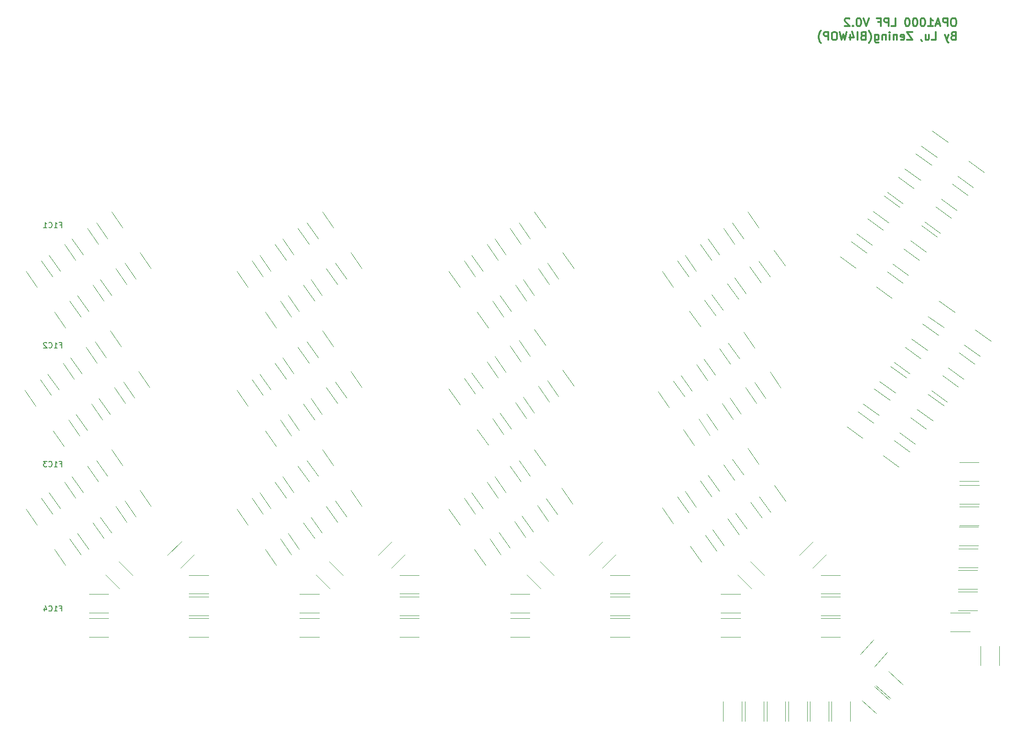
<source format=gbr>
%TF.GenerationSoftware,KiCad,Pcbnew,(5.1.4)-1*%
%TF.CreationDate,2020-05-13T01:14:08+08:00*%
%TF.ProjectId,LPF,4c50462e-6b69-4636-9164-5f7063625858,rev?*%
%TF.SameCoordinates,Original*%
%TF.FileFunction,Legend,Bot*%
%TF.FilePolarity,Positive*%
%FSLAX46Y46*%
G04 Gerber Fmt 4.6, Leading zero omitted, Abs format (unit mm)*
G04 Created by KiCad (PCBNEW (5.1.4)-1) date 2020-05-13 01:14:08*
%MOMM*%
%LPD*%
G04 APERTURE LIST*
%ADD10C,0.200000*%
%ADD11C,0.300000*%
%ADD12C,0.120000*%
G04 APERTURE END LIST*
D10*
X37809523Y-138428571D02*
X38142857Y-138428571D01*
X38142857Y-138952380D02*
X38142857Y-137952380D01*
X37666666Y-137952380D01*
X36761904Y-138952380D02*
X37333333Y-138952380D01*
X37047619Y-138952380D02*
X37047619Y-137952380D01*
X37142857Y-138095238D01*
X37238095Y-138190476D01*
X37333333Y-138238095D01*
X35761904Y-138857142D02*
X35809523Y-138904761D01*
X35952380Y-138952380D01*
X36047619Y-138952380D01*
X36190476Y-138904761D01*
X36285714Y-138809523D01*
X36333333Y-138714285D01*
X36380952Y-138523809D01*
X36380952Y-138380952D01*
X36333333Y-138190476D01*
X36285714Y-138095238D01*
X36190476Y-138000000D01*
X36047619Y-137952380D01*
X35952380Y-137952380D01*
X35809523Y-138000000D01*
X35761904Y-138047619D01*
X34904761Y-138285714D02*
X34904761Y-138952380D01*
X35142857Y-137904761D02*
X35380952Y-138619047D01*
X34761904Y-138619047D01*
X37809523Y-111678571D02*
X38142857Y-111678571D01*
X38142857Y-112202380D02*
X38142857Y-111202380D01*
X37666666Y-111202380D01*
X36761904Y-112202380D02*
X37333333Y-112202380D01*
X37047619Y-112202380D02*
X37047619Y-111202380D01*
X37142857Y-111345238D01*
X37238095Y-111440476D01*
X37333333Y-111488095D01*
X35761904Y-112107142D02*
X35809523Y-112154761D01*
X35952380Y-112202380D01*
X36047619Y-112202380D01*
X36190476Y-112154761D01*
X36285714Y-112059523D01*
X36333333Y-111964285D01*
X36380952Y-111773809D01*
X36380952Y-111630952D01*
X36333333Y-111440476D01*
X36285714Y-111345238D01*
X36190476Y-111250000D01*
X36047619Y-111202380D01*
X35952380Y-111202380D01*
X35809523Y-111250000D01*
X35761904Y-111297619D01*
X35428571Y-111202380D02*
X34809523Y-111202380D01*
X35142857Y-111583333D01*
X35000000Y-111583333D01*
X34904761Y-111630952D01*
X34857142Y-111678571D01*
X34809523Y-111773809D01*
X34809523Y-112011904D01*
X34857142Y-112107142D01*
X34904761Y-112154761D01*
X35000000Y-112202380D01*
X35285714Y-112202380D01*
X35380952Y-112154761D01*
X35428571Y-112107142D01*
X37809523Y-89678571D02*
X38142857Y-89678571D01*
X38142857Y-90202380D02*
X38142857Y-89202380D01*
X37666666Y-89202380D01*
X36761904Y-90202380D02*
X37333333Y-90202380D01*
X37047619Y-90202380D02*
X37047619Y-89202380D01*
X37142857Y-89345238D01*
X37238095Y-89440476D01*
X37333333Y-89488095D01*
X35761904Y-90107142D02*
X35809523Y-90154761D01*
X35952380Y-90202380D01*
X36047619Y-90202380D01*
X36190476Y-90154761D01*
X36285714Y-90059523D01*
X36333333Y-89964285D01*
X36380952Y-89773809D01*
X36380952Y-89630952D01*
X36333333Y-89440476D01*
X36285714Y-89345238D01*
X36190476Y-89250000D01*
X36047619Y-89202380D01*
X35952380Y-89202380D01*
X35809523Y-89250000D01*
X35761904Y-89297619D01*
X35380952Y-89297619D02*
X35333333Y-89250000D01*
X35238095Y-89202380D01*
X35000000Y-89202380D01*
X34904761Y-89250000D01*
X34857142Y-89297619D01*
X34809523Y-89392857D01*
X34809523Y-89488095D01*
X34857142Y-89630952D01*
X35428571Y-90202380D01*
X34809523Y-90202380D01*
X37809523Y-67428571D02*
X38142857Y-67428571D01*
X38142857Y-67952380D02*
X38142857Y-66952380D01*
X37666666Y-66952380D01*
X36761904Y-67952380D02*
X37333333Y-67952380D01*
X37047619Y-67952380D02*
X37047619Y-66952380D01*
X37142857Y-67095238D01*
X37238095Y-67190476D01*
X37333333Y-67238095D01*
X35761904Y-67857142D02*
X35809523Y-67904761D01*
X35952380Y-67952380D01*
X36047619Y-67952380D01*
X36190476Y-67904761D01*
X36285714Y-67809523D01*
X36333333Y-67714285D01*
X36380952Y-67523809D01*
X36380952Y-67380952D01*
X36333333Y-67190476D01*
X36285714Y-67095238D01*
X36190476Y-67000000D01*
X36047619Y-66952380D01*
X35952380Y-66952380D01*
X35809523Y-67000000D01*
X35761904Y-67047619D01*
X34809523Y-67952380D02*
X35380952Y-67952380D01*
X35095238Y-67952380D02*
X35095238Y-66952380D01*
X35190476Y-67095238D01*
X35285714Y-67190476D01*
X35380952Y-67238095D01*
D11*
X203412142Y-29153571D02*
X203126428Y-29153571D01*
X202983571Y-29225000D01*
X202840714Y-29367857D01*
X202769285Y-29653571D01*
X202769285Y-30153571D01*
X202840714Y-30439285D01*
X202983571Y-30582142D01*
X203126428Y-30653571D01*
X203412142Y-30653571D01*
X203555000Y-30582142D01*
X203697857Y-30439285D01*
X203769285Y-30153571D01*
X203769285Y-29653571D01*
X203697857Y-29367857D01*
X203555000Y-29225000D01*
X203412142Y-29153571D01*
X202126428Y-30653571D02*
X202126428Y-29153571D01*
X201555000Y-29153571D01*
X201412142Y-29225000D01*
X201340714Y-29296428D01*
X201269285Y-29439285D01*
X201269285Y-29653571D01*
X201340714Y-29796428D01*
X201412142Y-29867857D01*
X201555000Y-29939285D01*
X202126428Y-29939285D01*
X200697857Y-30225000D02*
X199983571Y-30225000D01*
X200840714Y-30653571D02*
X200340714Y-29153571D01*
X199840714Y-30653571D01*
X198555000Y-30653571D02*
X199412142Y-30653571D01*
X198983571Y-30653571D02*
X198983571Y-29153571D01*
X199126428Y-29367857D01*
X199269285Y-29510714D01*
X199412142Y-29582142D01*
X197626428Y-29153571D02*
X197483571Y-29153571D01*
X197340714Y-29225000D01*
X197269285Y-29296428D01*
X197197857Y-29439285D01*
X197126428Y-29725000D01*
X197126428Y-30082142D01*
X197197857Y-30367857D01*
X197269285Y-30510714D01*
X197340714Y-30582142D01*
X197483571Y-30653571D01*
X197626428Y-30653571D01*
X197769285Y-30582142D01*
X197840714Y-30510714D01*
X197912142Y-30367857D01*
X197983571Y-30082142D01*
X197983571Y-29725000D01*
X197912142Y-29439285D01*
X197840714Y-29296428D01*
X197769285Y-29225000D01*
X197626428Y-29153571D01*
X196197857Y-29153571D02*
X196054999Y-29153571D01*
X195912142Y-29225000D01*
X195840714Y-29296428D01*
X195769285Y-29439285D01*
X195697857Y-29725000D01*
X195697857Y-30082142D01*
X195769285Y-30367857D01*
X195840714Y-30510714D01*
X195912142Y-30582142D01*
X196054999Y-30653571D01*
X196197857Y-30653571D01*
X196340714Y-30582142D01*
X196412142Y-30510714D01*
X196483571Y-30367857D01*
X196554999Y-30082142D01*
X196554999Y-29725000D01*
X196483571Y-29439285D01*
X196412142Y-29296428D01*
X196340714Y-29225000D01*
X196197857Y-29153571D01*
X194769285Y-29153571D02*
X194626428Y-29153571D01*
X194483571Y-29225000D01*
X194412142Y-29296428D01*
X194340714Y-29439285D01*
X194269285Y-29725000D01*
X194269285Y-30082142D01*
X194340714Y-30367857D01*
X194412142Y-30510714D01*
X194483571Y-30582142D01*
X194626428Y-30653571D01*
X194769285Y-30653571D01*
X194912142Y-30582142D01*
X194983571Y-30510714D01*
X195054999Y-30367857D01*
X195126428Y-30082142D01*
X195126428Y-29725000D01*
X195054999Y-29439285D01*
X194983571Y-29296428D01*
X194912142Y-29225000D01*
X194769285Y-29153571D01*
X191769285Y-30653571D02*
X192483571Y-30653571D01*
X192483571Y-29153571D01*
X191269285Y-30653571D02*
X191269285Y-29153571D01*
X190697857Y-29153571D01*
X190554999Y-29225000D01*
X190483571Y-29296428D01*
X190412142Y-29439285D01*
X190412142Y-29653571D01*
X190483571Y-29796428D01*
X190554999Y-29867857D01*
X190697857Y-29939285D01*
X191269285Y-29939285D01*
X189269285Y-29867857D02*
X189769285Y-29867857D01*
X189769285Y-30653571D02*
X189769285Y-29153571D01*
X189054999Y-29153571D01*
X187554999Y-29153571D02*
X187054999Y-30653571D01*
X186554999Y-29153571D01*
X185769285Y-29153571D02*
X185626428Y-29153571D01*
X185483571Y-29225000D01*
X185412142Y-29296428D01*
X185340714Y-29439285D01*
X185269285Y-29725000D01*
X185269285Y-30082142D01*
X185340714Y-30367857D01*
X185412142Y-30510714D01*
X185483571Y-30582142D01*
X185626428Y-30653571D01*
X185769285Y-30653571D01*
X185912142Y-30582142D01*
X185983571Y-30510714D01*
X186054999Y-30367857D01*
X186126428Y-30082142D01*
X186126428Y-29725000D01*
X186054999Y-29439285D01*
X185983571Y-29296428D01*
X185912142Y-29225000D01*
X185769285Y-29153571D01*
X184626428Y-30510714D02*
X184554999Y-30582142D01*
X184626428Y-30653571D01*
X184697857Y-30582142D01*
X184626428Y-30510714D01*
X184626428Y-30653571D01*
X183983571Y-29296428D02*
X183912142Y-29225000D01*
X183769285Y-29153571D01*
X183412142Y-29153571D01*
X183269285Y-29225000D01*
X183197857Y-29296428D01*
X183126428Y-29439285D01*
X183126428Y-29582142D01*
X183197857Y-29796428D01*
X184054999Y-30653571D01*
X183126428Y-30653571D01*
X203197857Y-32417857D02*
X202983571Y-32489285D01*
X202912142Y-32560714D01*
X202840714Y-32703571D01*
X202840714Y-32917857D01*
X202912142Y-33060714D01*
X202983571Y-33132142D01*
X203126428Y-33203571D01*
X203697857Y-33203571D01*
X203697857Y-31703571D01*
X203197857Y-31703571D01*
X203055000Y-31775000D01*
X202983571Y-31846428D01*
X202912142Y-31989285D01*
X202912142Y-32132142D01*
X202983571Y-32275000D01*
X203055000Y-32346428D01*
X203197857Y-32417857D01*
X203697857Y-32417857D01*
X202340714Y-32203571D02*
X201983571Y-33203571D01*
X201626428Y-32203571D02*
X201983571Y-33203571D01*
X202126428Y-33560714D01*
X202197857Y-33632142D01*
X202340714Y-33703571D01*
X199197857Y-33203571D02*
X199912142Y-33203571D01*
X199912142Y-31703571D01*
X198055000Y-32203571D02*
X198055000Y-33203571D01*
X198697857Y-32203571D02*
X198697857Y-32989285D01*
X198626428Y-33132142D01*
X198483571Y-33203571D01*
X198269285Y-33203571D01*
X198126428Y-33132142D01*
X198055000Y-33060714D01*
X197269285Y-33132142D02*
X197269285Y-33203571D01*
X197340714Y-33346428D01*
X197412142Y-33417857D01*
X195626428Y-31703571D02*
X194626428Y-31703571D01*
X195626428Y-33203571D01*
X194626428Y-33203571D01*
X193483571Y-33132142D02*
X193626428Y-33203571D01*
X193912142Y-33203571D01*
X194055000Y-33132142D01*
X194126428Y-32989285D01*
X194126428Y-32417857D01*
X194055000Y-32275000D01*
X193912142Y-32203571D01*
X193626428Y-32203571D01*
X193483571Y-32275000D01*
X193412142Y-32417857D01*
X193412142Y-32560714D01*
X194126428Y-32703571D01*
X192769285Y-32203571D02*
X192769285Y-33203571D01*
X192769285Y-32346428D02*
X192697857Y-32275000D01*
X192555000Y-32203571D01*
X192340714Y-32203571D01*
X192197857Y-32275000D01*
X192126428Y-32417857D01*
X192126428Y-33203571D01*
X191412142Y-33203571D02*
X191412142Y-32203571D01*
X191412142Y-31703571D02*
X191483571Y-31775000D01*
X191412142Y-31846428D01*
X191340714Y-31775000D01*
X191412142Y-31703571D01*
X191412142Y-31846428D01*
X190697857Y-32203571D02*
X190697857Y-33203571D01*
X190697857Y-32346428D02*
X190626428Y-32275000D01*
X190483571Y-32203571D01*
X190269285Y-32203571D01*
X190126428Y-32275000D01*
X190055000Y-32417857D01*
X190055000Y-33203571D01*
X188697857Y-32203571D02*
X188697857Y-33417857D01*
X188769285Y-33560714D01*
X188840714Y-33632142D01*
X188983571Y-33703571D01*
X189197857Y-33703571D01*
X189340714Y-33632142D01*
X188697857Y-33132142D02*
X188840714Y-33203571D01*
X189126428Y-33203571D01*
X189269285Y-33132142D01*
X189340714Y-33060714D01*
X189412142Y-32917857D01*
X189412142Y-32489285D01*
X189340714Y-32346428D01*
X189269285Y-32275000D01*
X189126428Y-32203571D01*
X188840714Y-32203571D01*
X188697857Y-32275000D01*
X187555000Y-33775000D02*
X187626428Y-33703571D01*
X187769285Y-33489285D01*
X187840714Y-33346428D01*
X187912142Y-33132142D01*
X187983571Y-32775000D01*
X187983571Y-32489285D01*
X187912142Y-32132142D01*
X187840714Y-31917857D01*
X187769285Y-31775000D01*
X187626428Y-31560714D01*
X187555000Y-31489285D01*
X186483571Y-32417857D02*
X186269285Y-32489285D01*
X186197857Y-32560714D01*
X186126428Y-32703571D01*
X186126428Y-32917857D01*
X186197857Y-33060714D01*
X186269285Y-33132142D01*
X186412142Y-33203571D01*
X186983571Y-33203571D01*
X186983571Y-31703571D01*
X186483571Y-31703571D01*
X186340714Y-31775000D01*
X186269285Y-31846428D01*
X186197857Y-31989285D01*
X186197857Y-32132142D01*
X186269285Y-32275000D01*
X186340714Y-32346428D01*
X186483571Y-32417857D01*
X186983571Y-32417857D01*
X185483571Y-33203571D02*
X185483571Y-31703571D01*
X184126428Y-32203571D02*
X184126428Y-33203571D01*
X184483571Y-31632142D02*
X184840714Y-32703571D01*
X183912142Y-32703571D01*
X183483571Y-31703571D02*
X183126428Y-33203571D01*
X182840714Y-32132142D01*
X182555000Y-33203571D01*
X182197857Y-31703571D01*
X181340714Y-31703571D02*
X181055000Y-31703571D01*
X180912142Y-31775000D01*
X180769285Y-31917857D01*
X180697857Y-32203571D01*
X180697857Y-32703571D01*
X180769285Y-32989285D01*
X180912142Y-33132142D01*
X181055000Y-33203571D01*
X181340714Y-33203571D01*
X181483571Y-33132142D01*
X181626428Y-32989285D01*
X181697857Y-32703571D01*
X181697857Y-32203571D01*
X181626428Y-31917857D01*
X181483571Y-31775000D01*
X181340714Y-31703571D01*
X180055000Y-33203571D02*
X180055000Y-31703571D01*
X179483571Y-31703571D01*
X179340714Y-31775000D01*
X179269285Y-31846428D01*
X179197857Y-31989285D01*
X179197857Y-32203571D01*
X179269285Y-32346428D01*
X179340714Y-32417857D01*
X179483571Y-32489285D01*
X180055000Y-32489285D01*
X178697857Y-33775000D02*
X178626428Y-33703571D01*
X178483571Y-33489285D01*
X178412142Y-33346428D01*
X178340714Y-33132142D01*
X178269285Y-32775000D01*
X178269285Y-32489285D01*
X178340714Y-32132142D01*
X178412142Y-31917857D01*
X178483571Y-31775000D01*
X178626428Y-31560714D01*
X178697857Y-31489285D01*
D12*
X208270000Y-149000000D02*
X208270000Y-145400000D01*
X211730000Y-145400000D02*
X211730000Y-149000000D01*
X180670000Y-159300000D02*
X180670000Y-155700000D01*
X184130000Y-155700000D02*
X184130000Y-159300000D01*
X180130000Y-155700000D02*
X180130000Y-159300000D01*
X176670000Y-159300000D02*
X176670000Y-155700000D01*
X172670000Y-159300000D02*
X172670000Y-155700000D01*
X176130000Y-155700000D02*
X176130000Y-159300000D01*
X172130000Y-155700000D02*
X172130000Y-159300000D01*
X168670000Y-159300000D02*
X168670000Y-155700000D01*
X164670000Y-159300000D02*
X164670000Y-155700000D01*
X168130000Y-155700000D02*
X168130000Y-159300000D01*
X191580065Y-155090076D02*
X188904743Y-152681205D01*
X191219935Y-150109924D02*
X193895257Y-152518795D01*
X164030000Y-155700000D02*
X164030000Y-159300000D01*
X160570000Y-159300000D02*
X160570000Y-155700000D01*
X190990076Y-146569935D02*
X188581205Y-149245257D01*
X186009924Y-146930065D02*
X188418795Y-144254743D01*
X188619935Y-152909924D02*
X191295257Y-155318795D01*
X188980065Y-157890076D02*
X186304743Y-155481205D01*
X207950000Y-114830000D02*
X204350000Y-114830000D01*
X204350000Y-111370000D02*
X207950000Y-111370000D01*
X206300000Y-142730000D02*
X202700000Y-142730000D01*
X202700000Y-139270000D02*
X206300000Y-139270000D01*
X207851838Y-126830000D02*
X204251838Y-126830000D01*
X204251838Y-123370000D02*
X207851838Y-123370000D01*
X207700000Y-134830000D02*
X204100000Y-134830000D01*
X204100000Y-131370000D02*
X207700000Y-131370000D01*
X204179278Y-127370000D02*
X207779278Y-127370000D01*
X207779278Y-130830000D02*
X204179278Y-130830000D01*
X204100000Y-135370000D02*
X207700000Y-135370000D01*
X207700000Y-138830000D02*
X204100000Y-138830000D01*
X204355717Y-115620000D02*
X207955717Y-115620000D01*
X207955717Y-119080000D02*
X204355717Y-119080000D01*
X207950000Y-123080000D02*
X204350000Y-123080000D01*
X204350000Y-119620000D02*
X207950000Y-119620000D01*
X205112475Y-96004204D02*
X202200014Y-93888177D01*
X204233751Y-91088978D02*
X207146212Y-93205005D01*
X201191999Y-95309197D02*
X204104460Y-97425224D01*
X202070723Y-100224423D02*
X199158262Y-98108396D01*
X207275499Y-86868758D02*
X210187960Y-88984785D01*
X208154223Y-91783984D02*
X205241762Y-89667957D01*
X199432352Y-103732370D02*
X196519891Y-101616343D01*
X198553628Y-98817144D02*
X201466089Y-100933171D01*
X196154223Y-108033984D02*
X193241762Y-105917957D01*
X195275499Y-103118758D02*
X198187960Y-105234785D01*
X192233751Y-107338978D02*
X195146212Y-109455005D01*
X193112475Y-112254204D02*
X190200014Y-110138177D01*
X185520489Y-102016878D02*
X188432950Y-104132905D01*
X186399213Y-106932104D02*
X183486752Y-104816077D01*
X198399202Y-90682096D02*
X195486741Y-88566069D01*
X197520478Y-85766870D02*
X200432939Y-87882897D01*
X200562220Y-81546653D02*
X203474681Y-83662680D01*
X201440944Y-86461879D02*
X198528483Y-84345852D01*
X195121075Y-94983715D02*
X192208614Y-92867688D01*
X194242351Y-90068489D02*
X197154812Y-92184516D01*
X191603977Y-93576428D02*
X194516438Y-95692455D01*
X192482701Y-98491654D02*
X189570240Y-96375627D01*
X189440947Y-102711879D02*
X186528486Y-100595852D01*
X188562223Y-97796653D02*
X191474684Y-99912680D01*
X187312223Y-66296653D02*
X190224684Y-68412680D01*
X188190947Y-71211879D02*
X185278486Y-69095852D01*
X191232701Y-66991654D02*
X188320240Y-64875627D01*
X190353977Y-62076428D02*
X193266438Y-64192455D01*
X185149213Y-75432104D02*
X182236752Y-73316077D01*
X184270489Y-70516878D02*
X187182950Y-72632905D01*
X192992351Y-58568489D02*
X195904812Y-60684516D01*
X193871075Y-63483715D02*
X190958614Y-61367688D01*
X196270478Y-54266870D02*
X199182939Y-56382897D01*
X197149202Y-59182096D02*
X194236741Y-57066069D01*
X200190944Y-54961879D02*
X197278483Y-52845852D01*
X199312220Y-50046653D02*
X202224681Y-52162680D01*
X191862475Y-81004204D02*
X188950014Y-78888177D01*
X190983751Y-76088978D02*
X193896212Y-78205005D01*
X197303628Y-67567144D02*
X200216089Y-69683171D01*
X198182352Y-72482370D02*
X195269891Y-70366343D01*
X194025499Y-71868758D02*
X196937960Y-73984785D01*
X194904223Y-76783984D02*
X191991762Y-74667957D01*
X202983751Y-59838978D02*
X205896212Y-61955005D01*
X203862475Y-64754204D02*
X200950014Y-62638177D01*
X200820723Y-68974423D02*
X197908262Y-66858396D01*
X199941999Y-64059197D02*
X202854460Y-66175224D01*
X206904223Y-60533984D02*
X203991762Y-58417957D01*
X206025499Y-55618758D02*
X208937960Y-57734785D01*
X182300000Y-143730000D02*
X178700000Y-143730000D01*
X178700000Y-140270000D02*
X182300000Y-140270000D01*
X174753913Y-128549497D02*
X177299497Y-126003913D01*
X179746087Y-128450503D02*
X177200503Y-130996087D01*
X178700002Y-136269999D02*
X182300002Y-136269999D01*
X182300002Y-139729999D02*
X178700002Y-139729999D01*
X163800000Y-139230000D02*
X160200000Y-139230000D01*
X160200000Y-135770000D02*
X163800000Y-135770000D01*
X163800000Y-143730000D02*
X160200000Y-143730000D01*
X160200000Y-140270000D02*
X163800000Y-140270000D01*
X182300000Y-135730000D02*
X178700000Y-135730000D01*
X178700000Y-132270000D02*
X182300000Y-132270000D01*
X165700503Y-129753913D02*
X168246087Y-132299497D01*
X165799497Y-134746087D02*
X163253913Y-132200503D01*
X139700000Y-140270000D02*
X143300000Y-140270000D01*
X143300000Y-143730000D02*
X139700000Y-143730000D01*
X104300000Y-143730000D02*
X100700000Y-143730000D01*
X100700000Y-140270000D02*
X104300000Y-140270000D01*
X139700000Y-132270000D02*
X143300000Y-132270000D01*
X143300000Y-135730000D02*
X139700000Y-135730000D01*
X126799497Y-134746087D02*
X124253913Y-132200503D01*
X126700503Y-129753913D02*
X129246087Y-132299497D01*
X121200000Y-135770000D02*
X124800000Y-135770000D01*
X124800000Y-139230000D02*
X121200000Y-139230000D01*
X121200000Y-140270000D02*
X124800000Y-140270000D01*
X124800000Y-143730000D02*
X121200000Y-143730000D01*
X143300002Y-139729999D02*
X139700002Y-139729999D01*
X139700002Y-136269999D02*
X143300002Y-136269999D01*
X140746087Y-128450503D02*
X138200503Y-130996087D01*
X135753913Y-128549497D02*
X138299497Y-126003913D01*
X104300000Y-135730000D02*
X100700000Y-135730000D01*
X100700000Y-132270000D02*
X104300000Y-132270000D01*
X87700503Y-129753913D02*
X90246087Y-132299497D01*
X87799497Y-134746087D02*
X85253913Y-132200503D01*
X85800000Y-139230000D02*
X82200000Y-139230000D01*
X82200000Y-135770000D02*
X85800000Y-135770000D01*
X96753913Y-128549497D02*
X99299497Y-126003913D01*
X101746087Y-128450503D02*
X99200503Y-130996087D01*
X85800000Y-143730000D02*
X82200000Y-143730000D01*
X82200000Y-140270000D02*
X85800000Y-140270000D01*
X100700002Y-136269999D02*
X104300002Y-136269999D01*
X104300002Y-139729999D02*
X100700002Y-139729999D01*
X48799497Y-134746087D02*
X46253913Y-132200503D01*
X48700503Y-129753913D02*
X51246087Y-132299497D01*
X61700000Y-132270000D02*
X65300000Y-132270000D01*
X65300000Y-135730000D02*
X61700000Y-135730000D01*
X164967512Y-123695016D02*
X162851485Y-120782555D01*
X165650684Y-118748818D02*
X167766711Y-121661279D01*
X156384695Y-114783239D02*
X158449571Y-117732186D01*
X155615305Y-119716761D02*
X153550429Y-116767814D01*
X165134695Y-108783239D02*
X167199571Y-111732186D01*
X164365305Y-113716761D02*
X162300429Y-110767814D01*
X156573521Y-129842448D02*
X154457494Y-126929987D01*
X157256693Y-124896250D02*
X159372720Y-127808711D01*
X160634695Y-111783239D02*
X162699571Y-114732186D01*
X159865305Y-116716761D02*
X157800429Y-113767814D01*
X161453688Y-121822534D02*
X163569715Y-124734995D01*
X160770516Y-126768732D02*
X158654489Y-123856271D01*
X169414469Y-120616937D02*
X167298442Y-117704476D01*
X170097641Y-115670739D02*
X172213668Y-118583200D01*
X152134695Y-117783239D02*
X154199571Y-120732186D01*
X151365305Y-122716761D02*
X149300429Y-119767814D01*
X163869638Y-102445505D02*
X161856544Y-99460970D01*
X164725014Y-97526163D02*
X166738108Y-100510698D01*
X155634695Y-93283239D02*
X157699571Y-96232186D01*
X154865305Y-98216761D02*
X152800429Y-95267814D01*
X164384695Y-87283239D02*
X166449571Y-90232186D01*
X163615305Y-92216761D02*
X161550429Y-89267814D01*
X155266218Y-108296246D02*
X153253124Y-105311711D01*
X156121594Y-103376904D02*
X158134688Y-106361439D01*
X159884695Y-90283239D02*
X161949571Y-93232186D01*
X159115305Y-95216761D02*
X157050429Y-92267814D01*
X160423304Y-100451534D02*
X162436398Y-103436069D01*
X159567928Y-105370876D02*
X157554834Y-102386341D01*
X168421310Y-99524498D02*
X166408216Y-96539963D01*
X169276686Y-94605156D02*
X171289780Y-97589691D01*
X151384695Y-96283239D02*
X153449571Y-99232186D01*
X150615305Y-101216761D02*
X148550429Y-98267814D01*
X165501427Y-75183976D02*
X167617454Y-78096437D01*
X164818255Y-80130174D02*
X162702228Y-77217713D01*
X155615305Y-75966761D02*
X153550429Y-73017814D01*
X156384695Y-71033239D02*
X158449571Y-73982186D01*
X164365305Y-69966761D02*
X162300429Y-67017814D01*
X165134695Y-65033239D02*
X167199571Y-67982186D01*
X157107436Y-81331408D02*
X159223463Y-84243869D01*
X156424264Y-86277606D02*
X154308237Y-83365145D01*
X159865305Y-72966761D02*
X157800429Y-70017814D01*
X160634695Y-68033239D02*
X162699571Y-70982186D01*
X160621259Y-83203890D02*
X158505232Y-80291429D01*
X161304431Y-78257692D02*
X163420458Y-81170153D01*
X169948384Y-72105897D02*
X172064411Y-75018358D01*
X169265212Y-77052095D02*
X167149185Y-74139634D01*
X151365305Y-78966761D02*
X149300429Y-76017814D01*
X152134695Y-74033239D02*
X154199571Y-76982186D01*
X117115305Y-86466761D02*
X115050429Y-83517814D01*
X117884695Y-81533239D02*
X119949571Y-84482186D01*
X122134695Y-78533239D02*
X124199571Y-81482186D01*
X121365305Y-83466761D02*
X119300429Y-80517814D01*
X125615305Y-80466761D02*
X123550429Y-77517814D01*
X126384695Y-75533239D02*
X128449571Y-78482186D01*
X112634695Y-74033239D02*
X114699571Y-76982186D01*
X111865305Y-78966761D02*
X109800429Y-76017814D01*
X125634695Y-65033239D02*
X127699571Y-67982186D01*
X124865305Y-69966761D02*
X122800429Y-67017814D01*
X116884695Y-71033239D02*
X118949571Y-73982186D01*
X116115305Y-75966761D02*
X114050429Y-73017814D01*
X130115305Y-77466761D02*
X128050429Y-74517814D01*
X130884695Y-72533239D02*
X132949571Y-75482186D01*
X121134695Y-68033239D02*
X123199571Y-70982186D01*
X120365305Y-72966761D02*
X118300429Y-70017814D01*
X126384695Y-97283239D02*
X128449571Y-100232186D01*
X125615305Y-102216761D02*
X123550429Y-99267814D01*
X111865305Y-100716761D02*
X109800429Y-97767814D01*
X112634695Y-95783239D02*
X114699571Y-98732186D01*
X121365305Y-105216761D02*
X119300429Y-102267814D01*
X122134695Y-100283239D02*
X124199571Y-103232186D01*
X124865305Y-91716761D02*
X122800429Y-88767814D01*
X125634695Y-86783239D02*
X127699571Y-89732186D01*
X116115305Y-97716761D02*
X114050429Y-94767814D01*
X116884695Y-92783239D02*
X118949571Y-95732186D01*
X130884695Y-94283239D02*
X132949571Y-97232186D01*
X130115305Y-99216761D02*
X128050429Y-96267814D01*
X117884695Y-103283239D02*
X119949571Y-106232186D01*
X117115305Y-108216761D02*
X115050429Y-105267814D01*
X120365305Y-94716761D02*
X118300429Y-91767814D01*
X121134695Y-89783239D02*
X123199571Y-92732186D01*
X112634695Y-118033239D02*
X114699571Y-120982186D01*
X111865305Y-122966761D02*
X109800429Y-120017814D01*
X121934695Y-122333239D02*
X123999571Y-125282186D01*
X121165305Y-127266761D02*
X119100429Y-124317814D01*
X125634695Y-109033239D02*
X127699571Y-111982186D01*
X124865305Y-113966761D02*
X122800429Y-111017814D01*
X121134695Y-112033239D02*
X123199571Y-114982186D01*
X120365305Y-116966761D02*
X118300429Y-114017814D01*
X116884695Y-115033239D02*
X118949571Y-117982186D01*
X116115305Y-119966761D02*
X114050429Y-117017814D01*
X129915305Y-121066761D02*
X127850429Y-118117814D01*
X130684695Y-116133239D02*
X132749571Y-119082186D01*
X116615305Y-130466761D02*
X114550429Y-127517814D01*
X117384695Y-125533239D02*
X119449571Y-128482186D01*
X125415305Y-124266761D02*
X123350429Y-121317814D01*
X126184695Y-119333239D02*
X128249571Y-122282186D01*
X78634695Y-81533239D02*
X80699571Y-84482186D01*
X77865305Y-86466761D02*
X75800429Y-83517814D01*
X87134695Y-75533239D02*
X89199571Y-78482186D01*
X86365305Y-80466761D02*
X84300429Y-77517814D01*
X82115305Y-83466761D02*
X80050429Y-80517814D01*
X82884695Y-78533239D02*
X84949571Y-81482186D01*
X81115305Y-72966761D02*
X79050429Y-70017814D01*
X81884695Y-68033239D02*
X83949571Y-70982186D01*
X85615305Y-69966761D02*
X83550429Y-67017814D01*
X86384695Y-65033239D02*
X88449571Y-67982186D01*
X72615305Y-78966761D02*
X70550429Y-76017814D01*
X73384695Y-74033239D02*
X75449571Y-76982186D01*
X76865305Y-75966761D02*
X74800429Y-73017814D01*
X77634695Y-71033239D02*
X79699571Y-73982186D01*
X91634695Y-72533239D02*
X93699571Y-75482186D01*
X90865305Y-77466761D02*
X88800429Y-74517814D01*
X73384695Y-96033239D02*
X75449571Y-98982186D01*
X72615305Y-100966761D02*
X70550429Y-98017814D01*
X82884695Y-100533239D02*
X84949571Y-103482186D01*
X82115305Y-105466761D02*
X80050429Y-102517814D01*
X86384695Y-87033239D02*
X88449571Y-89982186D01*
X85615305Y-91966761D02*
X83550429Y-89017814D01*
X81884695Y-90033239D02*
X83949571Y-92982186D01*
X81115305Y-94966761D02*
X79050429Y-92017814D01*
X77634695Y-93033239D02*
X79699571Y-95982186D01*
X76865305Y-97966761D02*
X74800429Y-95017814D01*
X90865305Y-99466761D02*
X88800429Y-96517814D01*
X91634695Y-94533239D02*
X93699571Y-97482186D01*
X77865305Y-108466761D02*
X75800429Y-105517814D01*
X78634695Y-103533239D02*
X80699571Y-106482186D01*
X86365305Y-102466761D02*
X84300429Y-99517814D01*
X87134695Y-97533239D02*
X89199571Y-100482186D01*
X72615305Y-122966761D02*
X70550429Y-120017814D01*
X73384695Y-118033239D02*
X75449571Y-120982186D01*
X87134695Y-119533239D02*
X89199571Y-122482186D01*
X86365305Y-124466761D02*
X84300429Y-121517814D01*
X81115305Y-116966761D02*
X79050429Y-114017814D01*
X81884695Y-112033239D02*
X83949571Y-114982186D01*
X82115305Y-127466761D02*
X80050429Y-124517814D01*
X82884695Y-122533239D02*
X84949571Y-125482186D01*
X76865305Y-119966761D02*
X74800429Y-117017814D01*
X77634695Y-115033239D02*
X79699571Y-117982186D01*
X85615305Y-113966761D02*
X83550429Y-111017814D01*
X86384695Y-109033239D02*
X88449571Y-111982186D01*
X91634695Y-116533239D02*
X93699571Y-119482186D01*
X90865305Y-121466761D02*
X88800429Y-118517814D01*
X78634695Y-125533239D02*
X80699571Y-128482186D01*
X77865305Y-130466761D02*
X75800429Y-127517814D01*
X42884695Y-112033239D02*
X44949571Y-114982186D01*
X42115305Y-116966761D02*
X40050429Y-114017814D01*
X38634695Y-115033239D02*
X40699571Y-117982186D01*
X37865305Y-119966761D02*
X35800429Y-117017814D01*
X43884695Y-122533239D02*
X45949571Y-125482186D01*
X43115305Y-127466761D02*
X41050429Y-124517814D01*
X34384695Y-118033239D02*
X36449571Y-120982186D01*
X33615305Y-122966761D02*
X31550429Y-120017814D01*
X47365305Y-124466761D02*
X45300429Y-121517814D01*
X48134695Y-119533239D02*
X50199571Y-122482186D01*
X51865305Y-121466761D02*
X49800429Y-118517814D01*
X52634695Y-116533239D02*
X54699571Y-119482186D01*
X38865305Y-130466761D02*
X36800429Y-127517814D01*
X39634695Y-125533239D02*
X41699571Y-128482186D01*
X47384695Y-109033239D02*
X49449571Y-111982186D01*
X46615305Y-113966761D02*
X44550429Y-111017814D01*
X42865305Y-105466761D02*
X40800429Y-102517814D01*
X43634695Y-100533239D02*
X45699571Y-103482186D01*
X33365305Y-100966761D02*
X31300429Y-98017814D01*
X34134695Y-96033239D02*
X36199571Y-98982186D01*
X39384695Y-103533239D02*
X41449571Y-106482186D01*
X38615305Y-108466761D02*
X36550429Y-105517814D01*
X52384695Y-94533239D02*
X54449571Y-97482186D01*
X51615305Y-99466761D02*
X49550429Y-96517814D01*
X41865305Y-94966761D02*
X39800429Y-92017814D01*
X42634695Y-90033239D02*
X44699571Y-92982186D01*
X37615305Y-97966761D02*
X35550429Y-95017814D01*
X38384695Y-93033239D02*
X40449571Y-95982186D01*
X46365305Y-91966761D02*
X44300429Y-89017814D01*
X47134695Y-87033239D02*
X49199571Y-89982186D01*
X47884695Y-97533239D02*
X49949571Y-100482186D01*
X47115305Y-102466761D02*
X45050429Y-99517814D01*
X51865305Y-77466761D02*
X49800429Y-74517814D01*
X52634695Y-72533239D02*
X54699571Y-75482186D01*
X47365305Y-80466761D02*
X45300429Y-77517814D01*
X48134695Y-75533239D02*
X50199571Y-78482186D01*
X43884695Y-78533239D02*
X45949571Y-81482186D01*
X43115305Y-83466761D02*
X41050429Y-80517814D01*
X65299998Y-143729998D02*
X61699998Y-143729998D01*
X61699998Y-140269998D02*
X65299998Y-140269998D01*
X65300002Y-139729999D02*
X61700002Y-139729999D01*
X61700002Y-136269999D02*
X65300002Y-136269999D01*
X62746087Y-128450503D02*
X60200503Y-130996087D01*
X57753913Y-128549497D02*
X60299497Y-126003913D01*
X43200000Y-140270000D02*
X46800000Y-140270000D01*
X46800000Y-143730000D02*
X43200000Y-143730000D01*
X43200000Y-135770000D02*
X46800000Y-135770000D01*
X46800000Y-139230000D02*
X43200000Y-139230000D01*
X38865305Y-86466761D02*
X36800429Y-83517814D01*
X39634695Y-81533239D02*
X41699571Y-84482186D01*
X47384695Y-65033239D02*
X49449571Y-67982186D01*
X46615305Y-69966761D02*
X44550429Y-67017814D01*
X42884695Y-68033239D02*
X44949571Y-70982186D01*
X42115305Y-72966761D02*
X40050429Y-70017814D01*
X38634695Y-71033239D02*
X40699571Y-73982186D01*
X37865305Y-75966761D02*
X35800429Y-73017814D01*
X34384695Y-74033239D02*
X36449571Y-76982186D01*
X33615305Y-78966761D02*
X31550429Y-76017814D01*
M02*

</source>
